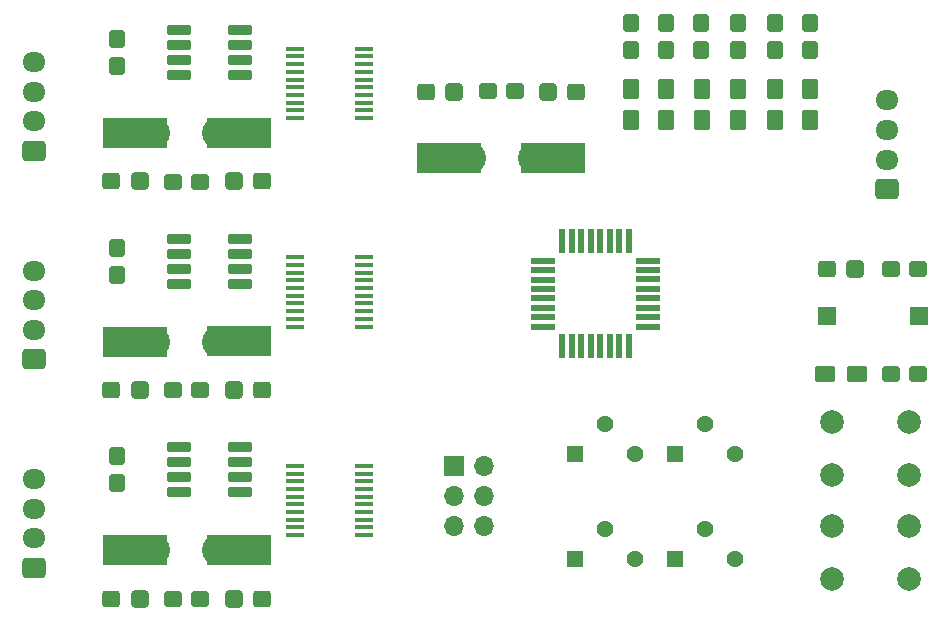
<source format=gbr>
%TF.GenerationSoftware,KiCad,Pcbnew,7.0.11-rc3*%
%TF.CreationDate,2025-09-10T17:00:16+08:00*%
%TF.ProjectId,328_3ch_can_devboard,3332385f-3363-4685-9f63-616e5f646576,rev?*%
%TF.SameCoordinates,Original*%
%TF.FileFunction,Soldermask,Top*%
%TF.FilePolarity,Negative*%
%FSLAX46Y46*%
G04 Gerber Fmt 4.6, Leading zero omitted, Abs format (unit mm)*
G04 Created by KiCad (PCBNEW 7.0.11-rc3) date 2025-09-10 17:00:16*
%MOMM*%
%LPD*%
G01*
G04 APERTURE LIST*
G04 Aperture macros list*
%AMRoundRect*
0 Rectangle with rounded corners*
0 $1 Rounding radius*
0 $2 $3 $4 $5 $6 $7 $8 $9 X,Y pos of 4 corners*
0 Add a 4 corners polygon primitive as box body*
4,1,4,$2,$3,$4,$5,$6,$7,$8,$9,$2,$3,0*
0 Add four circle primitives for the rounded corners*
1,1,$1+$1,$2,$3*
1,1,$1+$1,$4,$5*
1,1,$1+$1,$6,$7*
1,1,$1+$1,$8,$9*
0 Add four rect primitives between the rounded corners*
20,1,$1+$1,$2,$3,$4,$5,0*
20,1,$1+$1,$4,$5,$6,$7,0*
20,1,$1+$1,$6,$7,$8,$9,0*
20,1,$1+$1,$8,$9,$2,$3,0*%
G04 Aperture macros list end*
%ADD10RoundRect,0.278125X0.389375X-0.474375X0.389375X0.474375X-0.389375X0.474375X-0.389375X-0.474375X0*%
%ADD11RoundRect,0.304347X-0.395653X0.570653X-0.395653X-0.570653X0.395653X-0.570653X0.395653X0.570653X0*%
%ADD12RoundRect,0.102000X-0.611000X-0.611000X0.611000X-0.611000X0.611000X0.611000X-0.611000X0.611000X0*%
%ADD13C,1.426000*%
%ADD14C,2.400000*%
%ADD15R,5.500000X2.500000*%
%ADD16RoundRect,0.305575X-0.460025X-0.412525X0.460025X-0.412525X0.460025X0.412525X-0.460025X0.412525X0*%
%ADD17RoundRect,0.308511X-0.457089X-0.416489X0.457089X-0.416489X0.457089X0.416489X-0.457089X0.416489X0*%
%ADD18R,0.550000X2.000000*%
%ADD19R,2.000000X0.550000*%
%ADD20R,2.000000X0.525000*%
%ADD21R,2.000000X0.575000*%
%ADD22R,0.525000X2.000000*%
%ADD23RoundRect,0.305575X0.460025X0.412525X-0.460025X0.412525X-0.460025X-0.412525X0.460025X-0.412525X0*%
%ADD24RoundRect,0.308511X0.457089X0.416489X-0.457089X0.416489X-0.457089X-0.416489X0.457089X-0.416489X0*%
%ADD25RoundRect,0.100000X-0.687500X-0.100000X0.687500X-0.100000X0.687500X0.100000X-0.687500X0.100000X0*%
%ADD26RoundRect,0.100000X-0.687500X-0.099999X0.687500X-0.099999X0.687500X0.099999X-0.687500X0.099999X0*%
%ADD27RoundRect,0.250000X0.725000X-0.600000X0.725000X0.600000X-0.725000X0.600000X-0.725000X-0.600000X0*%
%ADD28O,1.950000X1.700000*%
%ADD29C,2.000000*%
%ADD30RoundRect,0.278125X0.474375X0.389375X-0.474375X0.389375X-0.474375X-0.389375X0.474375X-0.389375X0*%
%ADD31R,1.500000X1.500000*%
%ADD32RoundRect,0.055580X0.921420X0.341420X-0.921420X0.341420X-0.921420X-0.341420X0.921420X-0.341420X0*%
%ADD33RoundRect,0.278125X-0.474375X-0.389375X0.474375X-0.389375X0.474375X0.389375X-0.474375X0.389375X0*%
%ADD34RoundRect,0.304347X-0.570653X-0.395653X0.570653X-0.395653X0.570653X0.395653X-0.570653X0.395653X0*%
%ADD35R,1.700000X1.700000*%
%ADD36O,1.700000X1.700000*%
G04 APERTURE END LIST*
D10*
%TO.C,R15*%
X170467500Y-78900000D03*
X170467500Y-76595000D03*
%TD*%
D11*
%TO.C,D4*%
X170500000Y-82175000D03*
X170500000Y-84825000D03*
%TD*%
D12*
%TO.C,RV2*%
X165160000Y-113100000D03*
D13*
X167700000Y-110560000D03*
X170240000Y-113100000D03*
%TD*%
D10*
%TO.C,R14*%
X173567500Y-78900000D03*
X173567500Y-76595000D03*
%TD*%
D14*
%TO.C,Y1*%
X126293282Y-103562500D03*
D15*
X128206719Y-103554262D03*
X119393282Y-103562500D03*
D14*
X121213282Y-103562500D03*
%TD*%
D16*
%TO.C,C4*%
X117408882Y-107655600D03*
D17*
X119840082Y-107662500D03*
%TD*%
D10*
%TO.C,R2*%
X117867500Y-97915000D03*
X117867500Y-95610000D03*
%TD*%
%TO.C,R18*%
X161400000Y-78900000D03*
X161400000Y-76595000D03*
%TD*%
D18*
%TO.C,U1*%
X161200000Y-95050000D03*
X160400000Y-95050000D03*
X159600000Y-95050000D03*
X158800000Y-95050000D03*
X158000000Y-95050000D03*
X157200000Y-95050000D03*
X156400000Y-95050000D03*
X155600000Y-95050000D03*
D19*
X153950000Y-96700000D03*
D20*
X153950000Y-97487500D03*
D21*
X153950000Y-98312500D03*
D19*
X153950000Y-99100000D03*
X153950000Y-99900000D03*
X153950000Y-100700000D03*
X153950000Y-101500000D03*
X153950000Y-102300000D03*
D18*
X155600000Y-103950000D03*
X156400000Y-103950000D03*
X157200000Y-103950000D03*
D22*
X158012500Y-103950000D03*
D18*
X158800000Y-103950000D03*
X159600000Y-103950000D03*
X160400000Y-103950000D03*
X161200000Y-103950000D03*
D19*
X162850000Y-102300000D03*
X162850000Y-101500000D03*
X162850000Y-100700000D03*
X162850000Y-99900000D03*
X162850000Y-99100000D03*
X162850000Y-98300000D03*
X162850000Y-97500000D03*
X162850000Y-96700000D03*
%TD*%
D23*
%TO.C,C25*%
X130191119Y-90006900D03*
D24*
X127759919Y-90000000D03*
%TD*%
D25*
%TO.C,U3*%
X132987500Y-96437500D03*
X132987500Y-97087500D03*
X132987500Y-97737500D03*
D26*
X132987500Y-98387501D03*
D25*
X132987500Y-99037500D03*
X132987500Y-99687500D03*
X132987500Y-100337500D03*
X132987500Y-100987500D03*
X132987500Y-101637500D03*
X132987500Y-102287500D03*
X138812500Y-102287500D03*
X138812500Y-101637500D03*
X138812500Y-100987500D03*
X138812500Y-100337500D03*
X138812500Y-99687500D03*
X138812500Y-99037500D03*
X138812500Y-98387500D03*
D26*
X138812500Y-97737501D03*
X138812500Y-97087501D03*
X138812500Y-96437501D03*
%TD*%
D14*
%TO.C,Y3*%
X126293282Y-121225000D03*
D15*
X128206719Y-121216762D03*
X119393282Y-121225000D03*
D14*
X121213282Y-121225000D03*
%TD*%
D27*
%TO.C,J4*%
X183075000Y-90650000D03*
D28*
X183075000Y-88150000D03*
X183075000Y-85650000D03*
X183075000Y-83150000D03*
%TD*%
D16*
%TO.C,C11*%
X144008882Y-82403700D03*
D17*
X146440082Y-82410600D03*
%TD*%
D12*
%TO.C,RV4*%
X165160000Y-122000000D03*
D13*
X167700000Y-119460000D03*
X170240000Y-122000000D03*
%TD*%
D14*
%TO.C,Y5*%
X126293282Y-85900000D03*
D15*
X128206719Y-85891762D03*
X119393282Y-85900000D03*
D14*
X121213282Y-85900000D03*
%TD*%
D29*
%TO.C,SW4*%
X178450000Y-119150000D03*
X184950000Y-119150000D03*
X178450000Y-123650000D03*
X184950000Y-123650000D03*
%TD*%
D25*
%TO.C,U5*%
X132987500Y-114100000D03*
X132987500Y-114750000D03*
X132987500Y-115400000D03*
D26*
X132987500Y-116050001D03*
D25*
X132987500Y-116700000D03*
X132987500Y-117350000D03*
X132987500Y-118000000D03*
X132987500Y-118650000D03*
X132987500Y-119300000D03*
X132987500Y-119950000D03*
X138812500Y-119950000D03*
X138812500Y-119300000D03*
X138812500Y-118650000D03*
X138812500Y-118000000D03*
X138812500Y-117350000D03*
X138812500Y-116700000D03*
X138812500Y-116050000D03*
D26*
X138812500Y-115400001D03*
X138812500Y-114750001D03*
X138812500Y-114100001D03*
%TD*%
D10*
%TO.C,R16*%
X167367500Y-78900000D03*
X167367500Y-76595000D03*
%TD*%
D11*
%TO.C,D3*%
X173560000Y-82175000D03*
X173560000Y-84825000D03*
%TD*%
D30*
%TO.C,R4*%
X124952500Y-107696052D03*
X122647500Y-107696052D03*
%TD*%
D16*
%TO.C,C24*%
X117408882Y-89993100D03*
D17*
X119840082Y-90000000D03*
%TD*%
D31*
%TO.C,SW1*%
X178000000Y-101400000D03*
X185800000Y-101400000D03*
%TD*%
D11*
%TO.C,D5*%
X167400000Y-82175000D03*
X167400000Y-84825000D03*
%TD*%
D23*
%TO.C,C10*%
X156791119Y-82417500D03*
D24*
X154359919Y-82410600D03*
%TD*%
D32*
%TO.C,U8*%
X128302500Y-81005000D03*
X128302500Y-79735000D03*
X128302500Y-78465000D03*
X128302500Y-77195000D03*
X123132500Y-77195000D03*
X123132500Y-78465000D03*
X123132500Y-79735000D03*
X123132500Y-81005000D03*
%TD*%
D10*
%TO.C,R13*%
X176567500Y-78900000D03*
X176567500Y-76595000D03*
%TD*%
D32*
%TO.C,U2*%
X128302500Y-98667500D03*
X128302500Y-97397500D03*
X128302500Y-96127500D03*
X128302500Y-94857500D03*
X123132500Y-94857500D03*
X123132500Y-96127500D03*
X123132500Y-97397500D03*
X123132500Y-98667500D03*
%TD*%
D27*
%TO.C,J3*%
X110875000Y-122725000D03*
D28*
X110875000Y-120225000D03*
X110875000Y-117725000D03*
X110875000Y-115225000D03*
%TD*%
D16*
%TO.C,C16*%
X117408882Y-125318100D03*
D17*
X119840082Y-125325000D03*
%TD*%
D30*
%TO.C,R1*%
X185716900Y-106300000D03*
X183411900Y-106300000D03*
%TD*%
D12*
%TO.C,RV1*%
X156660000Y-113100000D03*
D13*
X159200000Y-110560000D03*
X161740000Y-113100000D03*
%TD*%
D27*
%TO.C,J1*%
X110875000Y-87400000D03*
D28*
X110875000Y-84900000D03*
X110875000Y-82400000D03*
X110875000Y-79900000D03*
%TD*%
D33*
%TO.C,R3*%
X183433383Y-97402500D03*
X185738383Y-97402500D03*
%TD*%
D16*
%TO.C,C9*%
X177970283Y-97429151D03*
D17*
X180401483Y-97436051D03*
%TD*%
D34*
%TO.C,D1*%
X177852983Y-106300000D03*
X180502983Y-106300000D03*
%TD*%
D35*
%TO.C,AVR-ISP1*%
X146400000Y-114060000D03*
D36*
X148940000Y-114060000D03*
X146400000Y-116600000D03*
X148940000Y-116600000D03*
X146400000Y-119140000D03*
X148940000Y-119140000D03*
%TD*%
D11*
%TO.C,D7*%
X161400000Y-82175000D03*
X161400000Y-84825000D03*
%TD*%
D32*
%TO.C,U4*%
X128302500Y-116330000D03*
X128302500Y-115060000D03*
X128302500Y-113790000D03*
X128302500Y-112520000D03*
X123132500Y-112520000D03*
X123132500Y-113790000D03*
X123132500Y-115060000D03*
X123132500Y-116330000D03*
%TD*%
D25*
%TO.C,U9*%
X132987500Y-78775000D03*
X132987500Y-79425000D03*
X132987500Y-80075000D03*
D26*
X132987500Y-80725001D03*
D25*
X132987500Y-81375000D03*
X132987500Y-82025000D03*
X132987500Y-82675000D03*
X132987500Y-83325000D03*
X132987500Y-83975000D03*
X132987500Y-84625000D03*
X138812500Y-84625000D03*
X138812500Y-83975000D03*
X138812500Y-83325000D03*
X138812500Y-82675000D03*
X138812500Y-82025000D03*
X138812500Y-81375000D03*
X138812500Y-80725000D03*
D26*
X138812500Y-80075001D03*
X138812500Y-79425001D03*
X138812500Y-78775001D03*
%TD*%
D30*
%TO.C,R8*%
X124952500Y-90033552D03*
X122647500Y-90033552D03*
%TD*%
D23*
%TO.C,C17*%
X130191119Y-125331900D03*
D24*
X127759919Y-125325000D03*
%TD*%
D10*
%TO.C,R7*%
X117867500Y-80252500D03*
X117867500Y-77947500D03*
%TD*%
%TO.C,R17*%
X164400000Y-78900000D03*
X164400000Y-76595000D03*
%TD*%
D29*
%TO.C,SW3*%
X178450000Y-110350000D03*
X184950000Y-110350000D03*
X178450000Y-114850000D03*
X184950000Y-114850000D03*
%TD*%
D23*
%TO.C,C6*%
X130191119Y-107669400D03*
D24*
X127759919Y-107662500D03*
%TD*%
D14*
%TO.C,Y2*%
X147906719Y-88000000D03*
D15*
X145993282Y-88008238D03*
X154806719Y-88000000D03*
D14*
X152986719Y-88000000D03*
%TD*%
D10*
%TO.C,R11*%
X117867500Y-115577500D03*
X117867500Y-113272500D03*
%TD*%
D27*
%TO.C,J2*%
X110875000Y-105062500D03*
D28*
X110875000Y-102562500D03*
X110875000Y-100062500D03*
X110875000Y-97562500D03*
%TD*%
D11*
%TO.C,D2*%
X176600000Y-82175000D03*
X176600000Y-84825000D03*
%TD*%
D33*
%TO.C,R86*%
X149258242Y-82385000D03*
X151563242Y-82385000D03*
%TD*%
D11*
%TO.C,D6*%
X164400000Y-82175000D03*
X164400000Y-84825000D03*
%TD*%
D30*
%TO.C,R12*%
X124952500Y-125358552D03*
X122647500Y-125358552D03*
%TD*%
D12*
%TO.C,RV3*%
X156660000Y-122000000D03*
D13*
X159200000Y-119460000D03*
X161740000Y-122000000D03*
%TD*%
M02*

</source>
